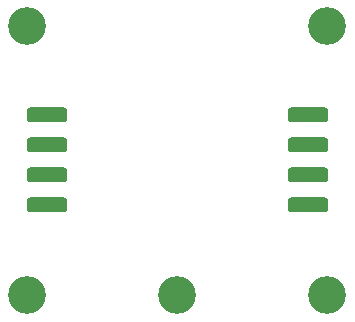
<source format=gts>
%TF.GenerationSoftware,KiCad,Pcbnew,(6.0.11-0)*%
%TF.CreationDate,2023-02-15T20:24:27+08:00*%
%TF.ProjectId,Control,436f6e74-726f-46c2-9e6b-696361645f70,rev?*%
%TF.SameCoordinates,PX60e4b00PY5ad6650*%
%TF.FileFunction,Soldermask,Top*%
%TF.FilePolarity,Negative*%
%FSLAX46Y46*%
G04 Gerber Fmt 4.6, Leading zero omitted, Abs format (unit mm)*
G04 Created by KiCad (PCBNEW (6.0.11-0)) date 2023-02-15 20:24:27*
%MOMM*%
%LPD*%
G01*
G04 APERTURE LIST*
G04 Aperture macros list*
%AMRoundRect*
0 Rectangle with rounded corners*
0 $1 Rounding radius*
0 $2 $3 $4 $5 $6 $7 $8 $9 X,Y pos of 4 corners*
0 Add a 4 corners polygon primitive as box body*
4,1,4,$2,$3,$4,$5,$6,$7,$8,$9,$2,$3,0*
0 Add four circle primitives for the rounded corners*
1,1,$1+$1,$2,$3*
1,1,$1+$1,$4,$5*
1,1,$1+$1,$6,$7*
1,1,$1+$1,$8,$9*
0 Add four rect primitives between the rounded corners*
20,1,$1+$1,$2,$3,$4,$5,0*
20,1,$1+$1,$4,$5,$6,$7,0*
20,1,$1+$1,$6,$7,$8,$9,0*
20,1,$1+$1,$8,$9,$2,$3,0*%
G04 Aperture macros list end*
%ADD10C,3.200000*%
%ADD11RoundRect,0.317500X-1.397000X0.317500X-1.397000X-0.317500X1.397000X-0.317500X1.397000X0.317500X0*%
%ADD12RoundRect,0.317500X1.397000X-0.317500X1.397000X0.317500X-1.397000X0.317500X-1.397000X-0.317500X0*%
G04 APERTURE END LIST*
D10*
%TO.C,REF\u002A\u002A*%
X-12700000Y-11370000D03*
%TD*%
%TO.C,REF\u002A\u002A*%
X12700000Y11370000D03*
%TD*%
%TO.C,REF\u002A\u002A*%
X12700000Y-11370000D03*
%TD*%
%TO.C,REF\u002A\u002A*%
X-12700000Y11370000D03*
%TD*%
%TO.C,REF\u002A\u002A*%
X0Y-11430000D03*
%TD*%
D11*
%TO.C,J2*%
X11049000Y-3810000D03*
X11049000Y-1270000D03*
X11049000Y1270000D03*
X11049000Y3810000D03*
%TD*%
D12*
%TO.C,J1*%
X-11049000Y3810000D03*
X-11049000Y1270000D03*
X-11049000Y-1270000D03*
X-11049000Y-3810000D03*
%TD*%
M02*

</source>
